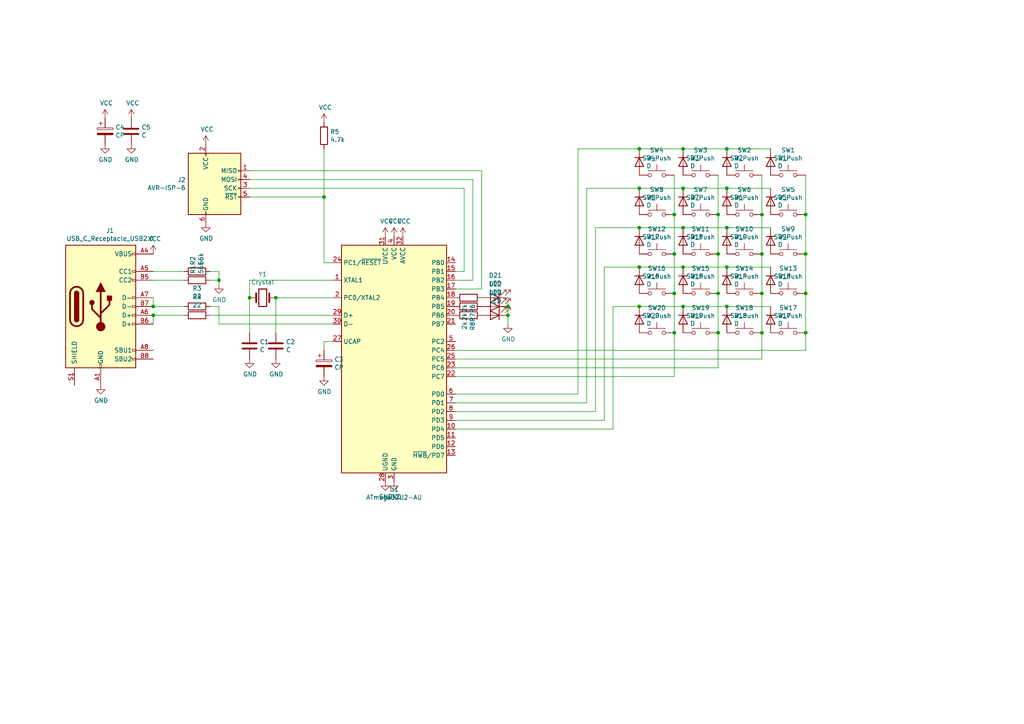
<source format=kicad_sch>
(kicad_sch (version 20211123) (generator eeschema)
  (paper "A4")
  (lib_symbols
    (symbol "Connector:AVR-ISP-6" (pin_names (offset 1.016))
      (property "Reference" "J" (at -6.35 11.43 0))
      (property "Value" "AVR-ISP-6" (at 0 11.43 0))
      (symbol "AVR-ISP-6_0_1"
        (rectangle (start -2.667 -6.858) (end -2.413 -7.62))
        (rectangle (start -2.667 10.16) (end -2.413 9.398))
        (rectangle (start 7.62 -2.413) (end 6.858 -2.667))
        (rectangle (start 7.62 0.127) (end 6.858 -0.127))
        (rectangle (start 7.62 2.667) (end 6.858 2.413))
        (rectangle (start 7.62 5.207) (end 6.858 4.953))
        (rectangle (start 7.62 10.16) (end -7.62 -7.62) (stroke (width 0.254)) (fill (type background)))
      )
      (symbol "AVR-ISP-6_1_1"
        (pin passive line (at 10.16 5.08 180) (length 2.54) (name "MISO") (number "1"))
        (pin passive line (at -2.54 12.7 270) (length 2.54) (name "VCC") (number "2"))
        (pin passive line (at 10.16 0 180) (length 2.54) (name "SCK") (number "3"))
        (pin passive line (at 10.16 2.54 180) (length 2.54) (name "MOSI") (number "4"))
        (pin passive line (at 10.16 -2.54 180) (length 2.54) (name "~{RST}") (number "5"))
        (pin passive line (at -2.54 -10.16 90) (length 2.54) (name "GND") (number "6"))
      )
    )
    (symbol "Connector:USB_C_Receptacle_USB2.0" (pin_names (offset 1.016))
      (property "Reference" "J" (at -10.16 19.05 0))
      (property "Value" "USB_C_Receptacle_USB2.0" (at 19.05 19.05 0))
      (symbol "USB_C_Receptacle_USB2.0_0_0"
        (rectangle (start -0.254 -17.78) (end 0.254 -16.764))
        (rectangle (start 10.16 -14.986) (end 9.144 -15.494))
        (rectangle (start 10.16 -12.446) (end 9.144 -12.954))
        (rectangle (start 10.16 -4.826) (end 9.144 -5.334))
        (rectangle (start 10.16 -2.286) (end 9.144 -2.794))
        (rectangle (start 10.16 0.254) (end 9.144 -0.254))
        (rectangle (start 10.16 2.794) (end 9.144 2.286))
        (rectangle (start 10.16 7.874) (end 9.144 7.366))
        (rectangle (start 10.16 10.414) (end 9.144 9.906))
        (rectangle (start 10.16 15.494) (end 9.144 14.986))
      )
      (symbol "USB_C_Receptacle_USB2.0_0_1"
        (rectangle (start -10.16 17.78) (end 10.16 -17.78) (stroke (width 0.254)) (fill (type background)))
        (arc (start -8.89 -3.81) (mid -6.985 -5.715) (end -5.08 -3.81) (stroke (width 0.508)))
        (arc (start -7.62 -3.81) (mid -6.985 -4.445) (end -6.35 -3.81) (stroke (width 0.254)))
        (arc (start -7.62 -3.81) (mid -6.985 -4.445) (end -6.35 -3.81) (stroke (width 0.254)) (fill (type outline)))
        (rectangle (start -7.62 -3.81) (end -6.35 3.81) (stroke (width 0.254)) (fill (type outline)))
        (arc (start -6.35 3.81) (mid -6.985 4.445) (end -7.62 3.81) (stroke (width 0.254)))
        (arc (start -6.35 3.81) (mid -6.985 4.445) (end -7.62 3.81) (stroke (width 0.254)) (fill (type outline)))
        (arc (start -5.08 3.81) (mid -6.985 5.715) (end -8.89 3.81) (stroke (width 0.508)))
        (circle (center -2.54 1.143) (radius 0.635) (stroke (width 0.254)) (fill (type outline)))
        (circle (center 0 -5.842) (radius 1.27) (fill (type outline)))
        (polyline (pts (xy -8.89 -3.81) (xy -8.89 3.81)) (stroke (width 0.508)))
        (polyline (pts (xy -5.08 3.81) (xy -5.08 -3.81)) (stroke (width 0.508)))
        (polyline (pts (xy 0 -5.842) (xy 0 4.318)) (stroke (width 0.508)))
        (polyline (pts (xy 0 -3.302) (xy -2.54 -0.762) (xy -2.54 0.508)) (stroke (width 0.508)))
        (polyline (pts (xy 0 -2.032) (xy 2.54 0.508) (xy 2.54 1.778)) (stroke (width 0.508)))
        (polyline (pts (xy -1.27 4.318) (xy 0 6.858) (xy 1.27 4.318) (xy -1.27 4.318)) (stroke (width 0.254)) (fill (type outline)))
        (rectangle (start 1.905 1.778) (end 3.175 3.048) (stroke (width 0.254)) (fill (type outline)))
      )
      (symbol "USB_C_Receptacle_USB2.0_1_1"
        (pin passive line (at 0 -22.86 90) (length 5.08) (name "GND") (number "A1"))
        (pin passive line (at 0 -22.86 90) (length 5.08) hide (name "GND") (number "A12"))
        (pin passive line (at 15.24 15.24 180) (length 5.08) (name "VBUS") (number "A4"))
        (pin bidirectional line (at 15.24 10.16 180) (length 5.08) (name "CC1") (number "A5"))
        (pin bidirectional line (at 15.24 -2.54 180) (length 5.08) (name "D+") (number "A6"))
        (pin bidirectional line (at 15.24 2.54 180) (length 5.08) (name "D-") (number "A7"))
        (pin bidirectional line (at 15.24 -12.7 180) (length 5.08) (name "SBU1") (number "A8"))
        (pin passive line (at 15.24 15.24 180) (length 5.08) hide (name "VBUS") (number "A9"))
        (pin passive line (at 0 -22.86 90) (length 5.08) hide (name "GND") (number "B1"))
        (pin passive line (at 0 -22.86 90) (length 5.08) hide (name "GND") (number "B12"))
        (pin passive line (at 15.24 15.24 180) (length 5.08) hide (name "VBUS") (number "B4"))
        (pin bidirectional line (at 15.24 7.62 180) (length 5.08) (name "CC2") (number "B5"))
        (pin bidirectional line (at 15.24 -5.08 180) (length 5.08) (name "D+") (number "B6"))
        (pin bidirectional line (at 15.24 0 180) (length 5.08) (name "D-") (number "B7"))
        (pin bidirectional line (at 15.24 -15.24 180) (length 5.08) (name "SBU2") (number "B8"))
        (pin passive line (at 15.24 15.24 180) (length 5.08) hide (name "VBUS") (number "B9"))
        (pin passive line (at -7.62 -22.86 90) (length 5.08) (name "SHIELD") (number "S1"))
      )
    )
    (symbol "Device:C" (pin_numbers hide) (pin_names (offset 0.254))
      (property "Reference" "C" (at 0.635 2.54 0))
      (property "Value" "C" (at 0.635 -2.54 0))
      (symbol "C_0_1"
        (polyline (pts (xy -2.032 -0.762) (xy 2.032 -0.762)) (stroke (width 0.508)))
        (polyline (pts (xy -2.032 0.762) (xy 2.032 0.762)) (stroke (width 0.508)))
      )
      (symbol "C_1_1"
        (pin passive line (at 0 3.81 270) (length 2.794) (name "~") (number "1"))
        (pin passive line (at 0 -3.81 90) (length 2.794) (name "~") (number "2"))
      )
    )
    (symbol "Device:CP" (pin_numbers hide) (pin_names (offset 0.254))
      (property "Reference" "C" (at 0.635 2.54 0))
      (property "Value" "Device_CP" (at 0.635 -2.54 0))
      (symbol "CP_0_1"
        (rectangle (start -2.286 0.508) (end 2.286 1.016))
        (polyline (pts (xy -1.778 2.286) (xy -0.762 2.286)))
        (polyline (pts (xy -1.27 2.794) (xy -1.27 1.778)))
        (rectangle (start 2.286 -0.508) (end -2.286 -1.016) (fill (type outline)))
      )
      (symbol "CP_1_1"
        (pin passive line (at 0 3.81 270) (length 2.794) (name "~") (number "1"))
        (pin passive line (at 0 -3.81 90) (length 2.794) (name "~") (number "2"))
      )
    )
    (symbol "Device:Crystal" (pin_numbers hide) (pin_names (offset 1.016) hide)
      (property "Reference" "Y" (at 0 3.81 0))
      (property "Value" "Crystal" (at 0 -3.81 0))
      (symbol "Crystal_0_1"
        (rectangle (start -1.143 2.54) (end 1.143 -2.54) (stroke (width 0.3048)))
        (polyline (pts (xy -2.54 0) (xy -1.905 0)))
        (polyline (pts (xy -1.905 -1.27) (xy -1.905 1.27)) (stroke (width 0.508)))
        (polyline (pts (xy 1.905 -1.27) (xy 1.905 1.27)) (stroke (width 0.508)))
        (polyline (pts (xy 2.54 0) (xy 1.905 0)))
      )
      (symbol "Crystal_1_1"
        (pin passive line (at -3.81 0 0) (length 1.27) (name "1") (number "1"))
        (pin passive line (at 3.81 0 180) (length 1.27) (name "2") (number "2"))
      )
    )
    (symbol "Device:D" (pin_numbers hide) (pin_names (offset 1.016) hide)
      (property "Reference" "D" (at 0 2.54 0))
      (property "Value" "D" (at 0 -2.54 0))
      (symbol "D_0_1"
        (polyline (pts (xy -1.27 1.27) (xy -1.27 -1.27)) (stroke (width 0.254)))
        (polyline (pts (xy 1.27 0) (xy -1.27 0)))
        (polyline (pts (xy 1.27 1.27) (xy 1.27 -1.27) (xy -1.27 0) (xy 1.27 1.27)) (stroke (width 0.254)))
      )
      (symbol "D_1_1"
        (pin passive line (at -3.81 0 0) (length 2.54) (name "K") (number "1"))
        (pin passive line (at 3.81 0 180) (length 2.54) (name "A") (number "2"))
      )
    )
    (symbol "Device:LED" (pin_numbers hide) (pin_names (offset 1.016) hide)
      (property "Reference" "D" (at 0 2.54 0))
      (property "Value" "LED" (at 0 -2.54 0))
      (symbol "LED_0_1"
        (polyline (pts (xy -1.27 -1.27) (xy -1.27 1.27)) (stroke (width 0.254)))
        (polyline (pts (xy -1.27 0) (xy 1.27 0)))
        (polyline (pts (xy 1.27 -1.27) (xy 1.27 1.27) (xy -1.27 0) (xy 1.27 -1.27)) (stroke (width 0.254)))
        (polyline (pts (xy -3.048 -0.762) (xy -4.572 -2.286) (xy -3.81 -2.286) (xy -4.572 -2.286) (xy -4.572 -1.524)))
        (polyline (pts (xy -1.778 -0.762) (xy -3.302 -2.286) (xy -2.54 -2.286) (xy -3.302 -2.286) (xy -3.302 -1.524)))
      )
      (symbol "LED_1_1"
        (pin passive line (at -3.81 0 0) (length 2.54) (name "K") (number "1"))
        (pin passive line (at 3.81 0 180) (length 2.54) (name "A") (number "2"))
      )
    )
    (symbol "Device:R" (pin_numbers hide) (pin_names (offset 0))
      (property "Reference" "R" (at 2.032 0 90))
      (property "Value" "R" (at 0 0 90))
      (symbol "R_0_1"
        (rectangle (start -1.016 -2.54) (end 1.016 2.54) (stroke (width 0.254)))
      )
      (symbol "R_1_1"
        (pin passive line (at 0 3.81 270) (length 1.27) (name "~") (number "1"))
        (pin passive line (at 0 -3.81 90) (length 1.27) (name "~") (number "2"))
      )
    )
    (symbol "MCU_Microchip_ATmega:ATmega32U2-AU"
      (property "Reference" "U" (at -15.24 34.29 0))
      (property "Value" "MCU_Microchip_ATmega_ATmega32U2-AU" (at 2.54 -34.29 0))
      (symbol "ATmega32U2-AU_0_1"
        (rectangle (start -15.24 -33.02) (end 15.24 33.02) (stroke (width 0.254)) (fill (type background)))
      )
      (symbol "ATmega32U2-AU_1_1"
        (pin input line (at -17.78 22.86 0) (length 2.54) (name "XTAL1") (number "1"))
        (pin bidirectional line (at 17.78 -20.32 180) (length 2.54) (name "PD4") (number "10"))
        (pin bidirectional line (at 17.78 -22.86 180) (length 2.54) (name "PD5") (number "11"))
        (pin bidirectional line (at 17.78 -25.4 180) (length 2.54) (name "PD6") (number "12"))
        (pin bidirectional line (at 17.78 -27.94 180) (length 2.54) (name "~{HWB}/PD7") (number "13"))
        (pin bidirectional line (at 17.78 27.94 180) (length 2.54) (name "PB0") (number "14"))
        (pin bidirectional line (at 17.78 25.4 180) (length 2.54) (name "PB1") (number "15"))
        (pin bidirectional line (at 17.78 22.86 180) (length 2.54) (name "PB2") (number "16"))
        (pin bidirectional line (at 17.78 20.32 180) (length 2.54) (name "PB3") (number "17"))
        (pin bidirectional line (at 17.78 17.78 180) (length 2.54) (name "PB4") (number "18"))
        (pin bidirectional line (at 17.78 15.24 180) (length 2.54) (name "PB5") (number "19"))
        (pin bidirectional line (at -17.78 17.78 0) (length 2.54) (name "PC0/XTAL2") (number "2"))
        (pin bidirectional line (at 17.78 12.7 180) (length 2.54) (name "PB6") (number "20"))
        (pin bidirectional line (at 17.78 10.16 180) (length 2.54) (name "PB7") (number "21"))
        (pin bidirectional line (at 17.78 -5.08 180) (length 2.54) (name "PC7") (number "22"))
        (pin bidirectional line (at 17.78 -2.54 180) (length 2.54) (name "PC6") (number "23"))
        (pin bidirectional line (at -17.78 27.94 0) (length 2.54) (name "PC1/~{RESET}") (number "24"))
        (pin bidirectional line (at 17.78 0 180) (length 2.54) (name "PC5") (number "25"))
        (pin bidirectional line (at 17.78 2.54 180) (length 2.54) (name "PC4") (number "26"))
        (pin passive line (at -17.78 5.08 0) (length 2.54) (name "UCAP") (number "27"))
        (pin power_in line (at -2.54 -35.56 90) (length 2.54) (name "UGND") (number "28"))
        (pin bidirectional line (at -17.78 12.7 0) (length 2.54) (name "D+") (number "29"))
        (pin power_in line (at 0 -35.56 90) (length 2.54) (name "GND") (number "3"))
        (pin bidirectional line (at -17.78 10.16 0) (length 2.54) (name "D-") (number "30"))
        (pin power_in line (at -2.54 35.56 270) (length 2.54) (name "UVCC") (number "31"))
        (pin power_in line (at 2.54 35.56 270) (length 2.54) (name "AVCC") (number "32"))
        (pin power_in line (at 0 35.56 270) (length 2.54) (name "VCC") (number "4"))
        (pin bidirectional line (at 17.78 5.08 180) (length 2.54) (name "PC2") (number "5"))
        (pin bidirectional line (at 17.78 -10.16 180) (length 2.54) (name "PD0") (number "6"))
        (pin bidirectional line (at 17.78 -12.7 180) (length 2.54) (name "PD1") (number "7"))
        (pin bidirectional line (at 17.78 -15.24 180) (length 2.54) (name "PD2") (number "8"))
        (pin bidirectional line (at 17.78 -17.78 180) (length 2.54) (name "PD3") (number "9"))
      )
    )
    (symbol "Switch:SW_Push" (pin_numbers hide) (pin_names (offset 1.016) hide)
      (property "Reference" "SW" (at 1.27 2.54 0))
      (property "Value" "SW_Push" (at 0 -1.524 0))
      (symbol "SW_Push_0_1"
        (circle (center -2.032 0) (radius 0.508))
        (polyline (pts (xy 0 1.27) (xy 0 3.048)))
        (polyline (pts (xy 2.54 1.27) (xy -2.54 1.27)))
        (circle (center 2.032 0) (radius 0.508))
        (pin passive line (at -5.08 0 0) (length 2.54) (name "1") (number "1"))
        (pin passive line (at 5.08 0 180) (length 2.54) (name "2") (number "2"))
      )
    )
    (symbol "power:GND" (power) (pin_names (offset 0))
      (property "Value" "GND" (at 0 -3.81 0))
      (symbol "GND_0_1"
        (polyline (pts (xy 0 0) (xy 0 -1.27) (xy 1.27 -1.27) (xy 0 -2.54) (xy -1.27 -1.27) (xy 0 -1.27)))
      )
      (symbol "GND_1_1"
        (pin power_in line (at 0 0 270) (length 0) hide (name "GND") (number "1"))
      )
    )
    (symbol "power:VCC" (power) (pin_names (offset 0))
      (property "Value" "VCC" (at 0 3.81 0))
      (symbol "VCC_0_1"
        (polyline (pts (xy -0.762 1.27) (xy 0 2.54)))
        (polyline (pts (xy 0 0) (xy 0 2.54)))
        (polyline (pts (xy 0 2.54) (xy 0.762 1.27)))
      )
      (symbol "VCC_1_1"
        (pin power_in line (at 0 0 90) (length 0) hide (name "VCC") (number "1"))
      )
    )
  )
  (junction (at 208.28 62.23))
  (junction (at 220.98 96.52))
  (junction (at 210.82 77.47))
  (junction (at 220.98 73.66))
  (junction (at 44.45 91.44))
  (junction (at 210.82 43.18))
  (junction (at 185.42 88.9))
  (junction (at 208.28 85.09))
  (junction (at 198.12 54.61))
  (junction (at 72.39 86.36))
  (junction (at 198.12 77.47))
  (junction (at 93.98 57.15))
  (junction (at 198.12 88.9))
  (junction (at 80.01 86.36))
  (junction (at 198.12 43.18))
  (junction (at 198.12 66.04))
  (junction (at 63.5 81.28))
  (junction (at 220.98 85.09))
  (junction (at 195.58 85.09))
  (junction (at 185.42 54.61))
  (junction (at 210.82 66.04))
  (junction (at 208.28 96.52))
  (junction (at 233.68 96.52))
  (junction (at 195.58 62.23))
  (junction (at 210.82 88.9))
  (junction (at 208.28 73.66))
  (junction (at 195.58 96.52))
  (junction (at 195.58 73.66))
  (junction (at 185.42 66.04))
  (junction (at 233.68 85.09))
  (junction (at 44.45 88.9))
  (junction (at 233.68 73.66))
  (junction (at 147.32 91.44))
  (junction (at 210.82 54.61))
  (junction (at 185.42 43.18))
  (junction (at 147.32 88.9))
  (junction (at 233.68 62.23))
  (junction (at 185.42 77.47))
  (junction (at 220.98 62.23))
  (wire (pts (xy 132.08 106.68) (xy 208.28 106.68)))
  (wire (pts (xy 139.7 49.53) (xy 72.39 49.53)))
  (wire (pts (xy 198.12 66.04) (xy 210.82 66.04)))
  (wire (pts (xy 195.58 73.66) (xy 195.58 62.23)))
  (wire (pts (xy 60.96 91.44) (xy 96.52 91.44)))
  (wire (pts (xy 172.72 66.04) (xy 185.42 66.04)))
  (wire (pts (xy 134.62 54.61) (xy 72.39 54.61)))
  (wire (pts (xy 44.45 86.36) (xy 44.45 88.9)))
  (wire (pts (xy 96.52 81.28) (xy 72.39 81.28)))
  (wire (pts (xy 198.12 54.61) (xy 210.82 54.61)))
  (wire (pts (xy 208.28 62.23) (xy 208.28 50.8)))
  (wire (pts (xy 177.8 88.9) (xy 185.42 88.9)))
  (wire (pts (xy 93.98 76.2) (xy 96.52 76.2)))
  (wire (pts (xy 132.08 104.14) (xy 220.98 104.14)))
  (wire (pts (xy 80.01 96.52) (xy 80.01 86.36)))
  (wire (pts (xy 93.98 101.6) (xy 93.98 99.06)))
  (wire (pts (xy 44.45 78.74) (xy 53.34 78.74)))
  (wire (pts (xy 185.42 66.04) (xy 198.12 66.04)))
  (wire (pts (xy 44.45 93.98) (xy 44.45 91.44)))
  (wire (pts (xy 233.68 101.6) (xy 233.68 96.52)))
  (wire (pts (xy 93.98 43.18) (xy 93.98 57.15)))
  (wire (pts (xy 72.39 81.28) (xy 72.39 86.36)))
  (wire (pts (xy 147.32 91.44) (xy 147.32 88.9)))
  (wire (pts (xy 167.64 114.3) (xy 167.64 43.18)))
  (wire (pts (xy 220.98 85.09) (xy 220.98 73.66)))
  (wire (pts (xy 185.42 54.61) (xy 198.12 54.61)))
  (wire (pts (xy 210.82 77.47) (xy 223.52 77.47)))
  (wire (pts (xy 132.08 109.22) (xy 195.58 109.22)))
  (wire (pts (xy 195.58 62.23) (xy 195.58 50.8)))
  (wire (pts (xy 132.08 81.28) (xy 137.16 81.28)))
  (wire (pts (xy 210.82 88.9) (xy 223.52 88.9)))
  (wire (pts (xy 208.28 73.66) (xy 208.28 62.23)))
  (wire (pts (xy 195.58 109.22) (xy 195.58 96.52)))
  (wire (pts (xy 132.08 119.38) (xy 172.72 119.38)))
  (wire (pts (xy 139.7 83.82) (xy 139.7 49.53)))
  (wire (pts (xy 137.16 52.07) (xy 72.39 52.07)))
  (wire (pts (xy 233.68 62.23) (xy 233.68 50.8)))
  (wire (pts (xy 185.42 77.47) (xy 198.12 77.47)))
  (wire (pts (xy 185.42 43.18) (xy 198.12 43.18)))
  (wire (pts (xy 233.68 73.66) (xy 233.68 62.23)))
  (wire (pts (xy 132.08 121.92) (xy 175.26 121.92)))
  (wire (pts (xy 220.98 62.23) (xy 220.98 50.8)))
  (wire (pts (xy 132.08 83.82) (xy 139.7 83.82)))
  (wire (pts (xy 220.98 73.66) (xy 220.98 62.23)))
  (wire (pts (xy 63.5 93.98) (xy 63.5 88.9)))
  (wire (pts (xy 72.39 86.36) (xy 72.39 96.52)))
  (wire (pts (xy 134.62 78.74) (xy 134.62 54.61)))
  (wire (pts (xy 93.98 99.06) (xy 96.52 99.06)))
  (wire (pts (xy 170.18 116.84) (xy 170.18 54.61)))
  (wire (pts (xy 167.64 43.18) (xy 185.42 43.18)))
  (wire (pts (xy 208.28 96.52) (xy 208.28 85.09)))
  (wire (pts (xy 175.26 121.92) (xy 175.26 77.47)))
  (wire (pts (xy 195.58 96.52) (xy 195.58 85.09)))
  (wire (pts (xy 198.12 43.18) (xy 210.82 43.18)))
  (wire (pts (xy 198.12 77.47) (xy 210.82 77.47)))
  (wire (pts (xy 220.98 104.14) (xy 220.98 96.52)))
  (wire (pts (xy 185.42 88.9) (xy 198.12 88.9)))
  (wire (pts (xy 132.08 114.3) (xy 167.64 114.3)))
  (wire (pts (xy 44.45 91.44) (xy 53.34 91.44)))
  (wire (pts (xy 177.8 124.46) (xy 177.8 88.9)))
  (wire (pts (xy 195.58 85.09) (xy 195.58 73.66)))
  (wire (pts (xy 233.68 85.09) (xy 233.68 73.66)))
  (wire (pts (xy 208.28 106.68) (xy 208.28 96.52)))
  (wire (pts (xy 80.01 86.36) (xy 96.52 86.36)))
  (wire (pts (xy 132.08 101.6) (xy 233.68 101.6)))
  (wire (pts (xy 53.34 88.9) (xy 44.45 88.9)))
  (wire (pts (xy 132.08 124.46) (xy 177.8 124.46)))
  (wire (pts (xy 132.08 78.74) (xy 134.62 78.74)))
  (wire (pts (xy 220.98 96.52) (xy 220.98 85.09)))
  (wire (pts (xy 210.82 66.04) (xy 223.52 66.04)))
  (wire (pts (xy 198.12 88.9) (xy 210.82 88.9)))
  (wire (pts (xy 60.96 78.74) (xy 63.5 78.74)))
  (wire (pts (xy 175.26 77.47) (xy 185.42 77.47)))
  (wire (pts (xy 210.82 54.61) (xy 223.52 54.61)))
  (wire (pts (xy 147.32 88.9) (xy 147.32 86.36)))
  (wire (pts (xy 72.39 57.15) (xy 93.98 57.15)))
  (wire (pts (xy 63.5 78.74) (xy 63.5 81.28)))
  (wire (pts (xy 93.98 57.15) (xy 93.98 76.2)))
  (wire (pts (xy 63.5 88.9) (xy 60.96 88.9)))
  (wire (pts (xy 63.5 81.28) (xy 63.5 82.55)))
  (wire (pts (xy 208.28 85.09) (xy 208.28 73.66)))
  (wire (pts (xy 233.68 96.52) (xy 233.68 85.09)))
  (wire (pts (xy 172.72 119.38) (xy 172.72 66.04)))
  (wire (pts (xy 147.32 93.98) (xy 147.32 91.44)))
  (wire (pts (xy 137.16 81.28) (xy 137.16 52.07)))
  (wire (pts (xy 210.82 43.18) (xy 223.52 43.18)))
  (wire (pts (xy 44.45 81.28) (xy 53.34 81.28)))
  (wire (pts (xy 170.18 54.61) (xy 185.42 54.61)))
  (wire (pts (xy 60.96 81.28) (xy 63.5 81.28)))
  (wire (pts (xy 132.08 116.84) (xy 170.18 116.84)))
  (wire (pts (xy 96.52 93.98) (xy 63.5 93.98)))
  (symbol (lib_id "MCU_Microchip_ATmega:ATmega32U2-AU") (at 114.3 104.14 0) (unit 1)
    (property "Reference" "U1" (at 114.3 141.9606 0))
    (property "Value" "ATmega32U2-AU" (at 114.3 144.272 0))
    (property "Footprint" "Package_QFP:TQFP-32_7x7mm_P0.8mm" (effects hide))
    (property "Datasheet" "http://ww1.microchip.com/downloads/en/DeviceDoc/doc7799.pdf" (effects hide))
  )
  (symbol (lib_id "Device:R") (at 57.15 81.28 90) (unit 1)
    (property "Reference" "R1" (at 55.9816 79.502 0) (effects (justify left)))
    (property "Value" "56k" (at 58.293 79.502 0) (effects (justify left)))
    (property "Footprint" "Resistor_THT:R_Axial_DIN0204_L3.6mm_D1.6mm_P2.54mm_Vertical" (effects hide))
  )
  (symbol (lib_id "Device:R") (at 57.15 78.74 90) (unit 1)
    (property "Reference" "R2" (at 55.9816 76.962 0) (effects (justify left)))
    (property "Value" "56k" (at 58.293 76.962 0) (effects (justify left)))
    (property "Footprint" "Resistor_THT:R_Axial_DIN0204_L3.6mm_D1.6mm_P2.54mm_Vertical" (effects hide))
  )
  (symbol (lib_id "power:GND") (at 63.5 82.55 0) (unit 1)
    (property "Reference" "#PWR0102" (effects hide))
    (property "Value" "GND" (at 63.627 86.9442 0))
  )
  (symbol (lib_id "Device:R") (at 57.15 91.44 90) (unit 1)
    (property "Reference" "R4" (at 57.15 86.1822 90))
    (property "Value" "22" (at 57.15 88.4936 90))
    (property "Footprint" "Resistor_THT:R_Axial_DIN0204_L3.6mm_D1.6mm_P2.54mm_Vertical" (effects hide))
  )
  (symbol (lib_id "Device:R") (at 57.15 88.9 90) (unit 1)
    (property "Reference" "R3" (at 57.15 83.6422 90))
    (property "Value" "22" (at 57.15 85.9536 90))
    (property "Footprint" "Resistor_THT:R_Axial_DIN0204_L3.6mm_D1.6mm_P2.54mm_Vertical" (effects hide))
  )
  (symbol (lib_id "Device:Crystal") (at 76.2 86.36 0) (mirror x) (unit 1)
    (property "Reference" "Y1" (at 76.2 79.5528 0))
    (property "Value" "Crystal" (at 76.2 81.8642 0))
    (property "Footprint" "Crystal:Crystal_HC49-U_Vertical" (effects hide))
  )
  (symbol (lib_id "Device:C") (at 72.39 100.33 0) (unit 1)
    (property "Reference" "C1" (at 75.311 99.1616 0) (effects (justify left)))
    (property "Value" "C" (at 75.311 101.473 0) (effects (justify left)))
    (property "Footprint" "Capacitor_THT:C_Disc_D3.0mm_W1.6mm_P2.50mm" (effects hide))
  )
  (symbol (lib_id "Device:C") (at 80.01 100.33 0) (unit 1)
    (property "Reference" "C2" (at 82.931 99.1616 0) (effects (justify left)))
    (property "Value" "C" (at 82.931 101.473 0) (effects (justify left)))
    (property "Footprint" "Capacitor_THT:C_Disc_D3.0mm_W1.6mm_P2.50mm" (effects hide))
  )
  (symbol (lib_id "power:GND") (at 72.39 104.14 0) (unit 1)
    (property "Reference" "#PWR0103" (effects hide))
    (property "Value" "GND" (at 72.517 108.5342 0))
  )
  (symbol (lib_id "power:GND") (at 80.01 104.14 0) (unit 1)
    (property "Reference" "#PWR0104" (effects hide))
    (property "Value" "GND" (at 80.137 108.5342 0))
  )
  (symbol (lib_id "power:GND") (at 93.98 109.22 0) (unit 1)
    (property "Reference" "#PWR0105" (effects hide))
    (property "Value" "GND" (at 94.107 113.6142 0))
  )
  (symbol (lib_id "Connector:AVR-ISP-6") (at 62.23 54.61 0) (unit 1)
    (property "Reference" "J2" (at 53.8734 52.1716 0) (effects (justify right)))
    (property "Value" "AVR-ISP-6" (at 53.8734 54.483 0) (effects (justify right)))
    (property "Footprint" "Connector_PinHeader_2.54mm:PinHeader_2x03_P2.54mm_Vertical" (effects hide))
    (property "Datasheet" " ~" (effects hide))
  )
  (symbol (lib_id "Device:R") (at 93.98 39.37 0) (unit 1)
    (property "Reference" "R5" (at 95.758 38.2016 0) (effects (justify left)))
    (property "Value" "4.7k" (at 95.758 40.513 0) (effects (justify left)))
    (property "Footprint" "Resistor_THT:R_Axial_DIN0204_L3.6mm_D1.6mm_P2.54mm_Vertical" (effects hide))
  )
  (symbol (lib_id "power:GND") (at 114.3 139.7 0) (unit 1)
    (property "Reference" "#PWR0106" (effects hide))
    (property "Value" "GND" (at 114.427 144.0942 0))
  )
  (symbol (lib_id "power:GND") (at 111.76 139.7 0) (unit 1)
    (property "Reference" "#PWR0107" (effects hide))
    (property "Value" "GND" (at 111.887 144.0942 0))
  )
  (symbol (lib_id "power:VCC") (at 44.45 73.66 0) (unit 1)
    (property "Reference" "#PWR0108" (effects hide))
    (property "Value" "VCC" (at 44.831 69.2658 0))
  )
  (symbol (lib_id "power:VCC") (at 111.76 68.58 0) (unit 1)
    (property "Reference" "#PWR0109" (effects hide))
    (property "Value" "VCC" (at 112.141 64.1858 0))
  )
  (symbol (lib_id "power:VCC") (at 114.3 68.58 0) (unit 1)
    (property "Reference" "#PWR0110" (effects hide))
    (property "Value" "VCC" (at 114.681 64.1858 0))
  )
  (symbol (lib_id "power:VCC") (at 93.98 35.56 0) (unit 1)
    (property "Reference" "#PWR0111" (effects hide))
    (property "Value" "VCC" (at 94.361 31.1658 0))
  )
  (symbol (lib_id "power:VCC") (at 116.84 68.58 0) (unit 1)
    (property "Reference" "#PWR0112" (effects hide))
    (property "Value" "VCC" (at 117.221 64.1858 0))
  )
  (symbol (lib_id "power:VCC") (at 59.69 41.91 0) (unit 1)
    (property "Reference" "#PWR0113" (effects hide))
    (property "Value" "VCC" (at 60.071 37.5158 0))
  )
  (symbol (lib_id "power:GND") (at 59.69 64.77 0) (unit 1)
    (property "Reference" "#PWR0114" (effects hide))
    (property "Value" "GND" (at 59.817 69.1642 0))
  )
  (symbol (lib_id "Connector:USB_C_Receptacle_USB2.0") (at 29.21 88.9 0) (unit 1)
    (property "Reference" "J1" (at 31.9278 66.8782 0))
    (property "Value" "USB_C_Receptacle_USB2.0" (at 31.9278 69.1896 0))
    (property "Footprint" "Connector_USB:USB_C_Receptacle_HRO_TYPE-C-31-M-12" (effects hide))
    (property "Datasheet" "https://www.usb.org/sites/default/files/documents/usb_type-c.zip" (effects hide))
  )
  (symbol (lib_id "power:GND") (at 29.21 111.76 0) (unit 1)
    (property "Reference" "#PWR0115" (effects hide))
    (property "Value" "GND" (at 29.337 116.1542 0))
  )
  (symbol (lib_id "power:VCC") (at 30.48 34.29 0) (unit 1)
    (property "Reference" "#PWR0116" (effects hide))
    (property "Value" "VCC" (at 30.861 29.8958 0))
  )
  (symbol (lib_id "power:GND") (at 30.48 41.91 0) (unit 1)
    (property "Reference" "#PWR0117" (effects hide))
    (property "Value" "GND" (at 30.607 46.3042 0))
  )
  (symbol (lib_id "Device:CP") (at 30.48 38.1 0) (unit 1)
    (property "Reference" "C4" (at 33.4772 36.9316 0) (effects (justify left)))
    (property "Value" "CP" (at 33.4772 39.243 0) (effects (justify left)))
    (property "Footprint" "Capacitor_THT:CP_Radial_D6.3mm_P2.50mm" (effects hide))
  )
  (symbol (lib_id "Switch:SW_Push") (at 190.5 85.09 0) (unit 1)
    (property "Reference" "SW16" (at 190.5 77.851 0))
    (property "Value" "SW_Push" (at 190.5 80.1624 0))
    (property "Footprint" "Button_Switch_Keyboard:SW_Cherry_MX_1.00u_PCB" (effects hide))
  )
  (symbol (lib_id "Switch:SW_Push") (at 203.2 85.09 0) (unit 1)
    (property "Reference" "SW15" (at 203.2 77.851 0))
    (property "Value" "SW_Push" (at 203.2 80.1624 0))
    (property "Footprint" "Button_Switch_Keyboard:SW_Cherry_MX_1.00u_PCB" (effects hide))
  )
  (symbol (lib_id "Switch:SW_Push") (at 215.9 85.09 0) (unit 1)
    (property "Reference" "SW14" (at 215.9 77.851 0))
    (property "Value" "SW_Push" (at 215.9 80.1624 0))
    (property "Footprint" "Button_Switch_Keyboard:SW_Cherry_MX_1.00u_PCB" (effects hide))
  )
  (symbol (lib_id "Switch:SW_Push") (at 228.6 85.09 0) (unit 1)
    (property "Reference" "SW13" (at 228.6 77.851 0))
    (property "Value" "SW_Push" (at 228.6 80.1624 0))
    (property "Footprint" "Button_Switch_Keyboard:SW_Cherry_MX_1.00u_PCB" (effects hide))
  )
  (symbol (lib_id "Device:D") (at 185.42 81.28 270) (unit 1)
    (property "Reference" "D16" (at 187.452 80.1116 90) (effects (justify left)))
    (property "Value" "D" (at 187.452 82.423 90) (effects (justify left)))
    (property "Footprint" "Diode_THT:D_A-405_P7.62mm_Horizontal" (effects hide))
  )
  (symbol (lib_id "Device:D") (at 198.12 81.28 270) (unit 1)
    (property "Reference" "D15" (at 200.152 80.1116 90) (effects (justify left)))
    (property "Value" "D" (at 200.152 82.423 90) (effects (justify left)))
    (property "Footprint" "Diode_THT:D_A-405_P7.62mm_Horizontal" (effects hide))
  )
  (symbol (lib_id "Device:D") (at 210.82 81.28 270) (unit 1)
    (property "Reference" "D14" (at 212.852 80.1116 90) (effects (justify left)))
    (property "Value" "D" (at 212.852 82.423 90) (effects (justify left)))
    (property "Footprint" "Diode_THT:D_A-405_P7.62mm_Horizontal" (effects hide))
  )
  (symbol (lib_id "Device:D") (at 223.52 81.28 270) (unit 1)
    (property "Reference" "D13" (at 225.552 80.1116 90) (effects (justify left)))
    (property "Value" "D" (at 225.552 82.423 90) (effects (justify left)))
    (property "Footprint" "Diode_THT:D_A-405_P7.62mm_Horizontal" (effects hide))
  )
  (symbol (lib_id "Device:C") (at 38.1 38.1 0) (unit 1)
    (property "Reference" "C5" (at 41.021 36.9316 0) (effects (justify left)))
    (property "Value" "C" (at 41.021 39.243 0) (effects (justify left)))
    (property "Footprint" "Capacitor_THT:C_Disc_D3.0mm_W1.6mm_P2.50mm" (effects hide))
  )
  (symbol (lib_id "power:VCC") (at 38.1 34.29 0) (unit 1)
    (property "Reference" "#PWR0118" (effects hide))
    (property "Value" "VCC" (at 38.481 29.8958 0))
  )
  (symbol (lib_id "power:GND") (at 38.1 41.91 0) (unit 1)
    (property "Reference" "#PWR0119" (effects hide))
    (property "Value" "GND" (at 38.227 46.3042 0))
  )
  (symbol (lib_id "Switch:SW_Push") (at 190.5 73.66 0) (unit 1)
    (property "Reference" "SW12" (at 190.5 66.421 0))
    (property "Value" "SW_Push" (at 190.5 68.7324 0))
    (property "Footprint" "Button_Switch_Keyboard:SW_Cherry_MX_1.00u_PCB" (effects hide))
  )
  (symbol (lib_id "Switch:SW_Push") (at 203.2 73.66 0) (unit 1)
    (property "Reference" "SW11" (at 203.2 66.421 0))
    (property "Value" "SW_Push" (at 203.2 68.7324 0))
    (property "Footprint" "Button_Switch_Keyboard:SW_Cherry_MX_1.00u_PCB" (effects hide))
  )
  (symbol (lib_id "Switch:SW_Push") (at 215.9 73.66 0) (unit 1)
    (property "Reference" "SW10" (at 215.9 66.421 0))
    (property "Value" "SW_Push" (at 215.9 68.7324 0))
    (property "Footprint" "Button_Switch_Keyboard:SW_Cherry_MX_1.00u_PCB" (effects hide))
  )
  (symbol (lib_id "Switch:SW_Push") (at 228.6 73.66 0) (unit 1)
    (property "Reference" "SW9" (at 228.6 66.421 0))
    (property "Value" "SW_Push" (at 228.6 68.7324 0))
    (property "Footprint" "Button_Switch_Keyboard:SW_Cherry_MX_1.00u_PCB" (effects hide))
  )
  (symbol (lib_id "Switch:SW_Push") (at 190.5 62.23 0) (unit 1)
    (property "Reference" "SW8" (at 190.5 54.991 0))
    (property "Value" "SW_Push" (at 190.5 57.3024 0))
    (property "Footprint" "Button_Switch_Keyboard:SW_Cherry_MX_1.00u_PCB" (effects hide))
  )
  (symbol (lib_id "Switch:SW_Push") (at 203.2 62.23 0) (unit 1)
    (property "Reference" "SW7" (at 203.2 54.991 0))
    (property "Value" "SW_Push" (at 203.2 57.3024 0))
    (property "Footprint" "Button_Switch_Keyboard:SW_Cherry_MX_1.00u_PCB" (effects hide))
  )
  (symbol (lib_id "Switch:SW_Push") (at 215.9 62.23 0) (unit 1)
    (property "Reference" "SW6" (at 215.9 54.991 0))
    (property "Value" "SW_Push" (at 215.9 57.3024 0))
    (property "Footprint" "Button_Switch_Keyboard:SW_Cherry_MX_1.00u_PCB" (effects hide))
  )
  (symbol (lib_id "Switch:SW_Push") (at 228.6 62.23 0) (unit 1)
    (property "Reference" "SW5" (at 228.6 54.991 0))
    (property "Value" "SW_Push" (at 228.6 57.3024 0))
    (property "Footprint" "Button_Switch_Keyboard:SW_Cherry_MX_1.00u_PCB" (effects hide))
  )
  (symbol (lib_id "Switch:SW_Push") (at 190.5 50.8 0) (unit 1)
    (property "Reference" "SW4" (at 190.5 43.561 0))
    (property "Value" "SW_Push" (at 190.5 45.8724 0))
    (property "Footprint" "Button_Switch_Keyboard:SW_Cherry_MX_1.00u_PCB" (effects hide))
  )
  (symbol (lib_id "Switch:SW_Push") (at 203.2 50.8 0) (unit 1)
    (property "Reference" "SW3" (at 203.2 43.561 0))
    (property "Value" "SW_Push" (at 203.2 45.8724 0))
    (property "Footprint" "Button_Switch_Keyboard:SW_Cherry_MX_1.00u_PCB" (effects hide))
  )
  (symbol (lib_id "Switch:SW_Push") (at 215.9 50.8 0) (unit 1)
    (property "Reference" "SW2" (at 215.9 43.561 0))
    (property "Value" "SW_Push" (at 215.9 45.8724 0))
    (property "Footprint" "Button_Switch_Keyboard:SW_Cherry_MX_1.00u_PCB" (effects hide))
  )
  (symbol (lib_id "Switch:SW_Push") (at 228.6 50.8 0) (unit 1)
    (property "Reference" "SW1" (at 228.6 43.561 0))
    (property "Value" "SW_Push" (at 228.6 45.8724 0))
    (property "Footprint" "Button_Switch_Keyboard:SW_Cherry_MX_1.00u_PCB" (effects hide))
  )
  (symbol (lib_id "Device:D") (at 185.42 58.42 270) (unit 1)
    (property "Reference" "D8" (at 187.452 57.2516 90) (effects (justify left)))
    (property "Value" "D" (at 187.452 59.563 90) (effects (justify left)))
    (property "Footprint" "Diode_THT:D_A-405_P7.62mm_Horizontal" (effects hide))
  )
  (symbol (lib_id "Device:D") (at 185.42 46.99 270) (unit 1)
    (property "Reference" "D4" (at 187.452 45.8216 90) (effects (justify left)))
    (property "Value" "D" (at 187.452 48.133 90) (effects (justify left)))
    (property "Footprint" "Diode_THT:D_A-405_P7.62mm_Horizontal" (effects hide))
  )
  (symbol (lib_id "Device:D") (at 198.12 69.85 270) (unit 1)
    (property "Reference" "D11" (at 200.152 68.6816 90) (effects (justify left)))
    (property "Value" "D" (at 200.152 70.993 90) (effects (justify left)))
    (property "Footprint" "Diode_THT:D_A-405_P7.62mm_Horizontal" (effects hide))
  )
  (symbol (lib_id "Device:D") (at 198.12 58.42 270) (unit 1)
    (property "Reference" "D7" (at 200.152 57.2516 90) (effects (justify left)))
    (property "Value" "D" (at 200.152 59.563 90) (effects (justify left)))
    (property "Footprint" "Diode_THT:D_A-405_P7.62mm_Horizontal" (effects hide))
  )
  (symbol (lib_id "Device:D") (at 198.12 46.99 270) (unit 1)
    (property "Reference" "D3" (at 200.152 45.8216 90) (effects (justify left)))
    (property "Value" "D" (at 200.152 48.133 90) (effects (justify left)))
    (property "Footprint" "Diode_THT:D_A-405_P7.62mm_Horizontal" (effects hide))
  )
  (symbol (lib_id "Device:D") (at 210.82 69.85 270) (unit 1)
    (property "Reference" "D10" (at 212.852 68.6816 90) (effects (justify left)))
    (property "Value" "D" (at 212.852 70.993 90) (effects (justify left)))
    (property "Footprint" "Diode_THT:D_A-405_P7.62mm_Horizontal" (effects hide))
  )
  (symbol (lib_id "Device:D") (at 210.82 58.42 270) (unit 1)
    (property "Reference" "D6" (at 212.852 57.2516 90) (effects (justify left)))
    (property "Value" "D" (at 212.852 59.563 90) (effects (justify left)))
    (property "Footprint" "Diode_THT:D_A-405_P7.62mm_Horizontal" (effects hide))
  )
  (symbol (lib_id "Device:D") (at 210.82 46.99 270) (unit 1)
    (property "Reference" "D2" (at 212.852 45.8216 90) (effects (justify left)))
    (property "Value" "D" (at 212.852 48.133 90) (effects (justify left)))
    (property "Footprint" "Diode_THT:D_A-405_P7.62mm_Horizontal" (effects hide))
  )
  (symbol (lib_id "Device:D") (at 223.52 69.85 270) (unit 1)
    (property "Reference" "D9" (at 225.552 68.6816 90) (effects (justify left)))
    (property "Value" "D" (at 225.552 70.993 90) (effects (justify left)))
    (property "Footprint" "Diode_THT:D_A-405_P7.62mm_Horizontal" (effects hide))
  )
  (symbol (lib_id "Device:D") (at 223.52 58.42 270) (unit 1)
    (property "Reference" "D5" (at 225.552 57.2516 90) (effects (justify left)))
    (property "Value" "D" (at 225.552 59.563 90) (effects (justify left)))
    (property "Footprint" "Diode_THT:D_A-405_P7.62mm_Horizontal" (effects hide))
  )
  (symbol (lib_id "Device:D") (at 223.52 46.99 270) (unit 1)
    (property "Reference" "D1" (at 225.552 45.8216 90) (effects (justify left)))
    (property "Value" "D" (at 225.552 48.133 90) (effects (justify left)))
    (property "Footprint" "Diode_THT:D_A-405_P7.62mm_Horizontal" (effects hide))
  )
  (symbol (lib_id "Device:D") (at 185.42 69.85 270) (unit 1)
    (property "Reference" "D12" (at 187.452 68.6816 90) (effects (justify left)))
    (property "Value" "D" (at 187.452 70.993 90) (effects (justify left)))
    (property "Footprint" "Diode_THT:D_A-405_P7.62mm_Horizontal" (effects hide))
  )
  (symbol (lib_id "Device:D") (at 223.52 92.71 270) (unit 1)
    (property "Reference" "D17" (at 225.552 91.5416 90) (effects (justify left)))
    (property "Value" "D" (at 225.552 93.853 90) (effects (justify left)))
    (property "Footprint" "Diode_THT:D_A-405_P7.62mm_Horizontal" (effects hide))
  )
  (symbol (lib_id "Device:D") (at 210.82 92.71 270) (unit 1)
    (property "Reference" "D18" (at 212.852 91.5416 90) (effects (justify left)))
    (property "Value" "D" (at 212.852 93.853 90) (effects (justify left)))
    (property "Footprint" "Diode_THT:D_A-405_P7.62mm_Horizontal" (effects hide))
  )
  (symbol (lib_id "Device:D") (at 198.12 92.71 270) (unit 1)
    (property "Reference" "D19" (at 200.152 91.5416 90) (effects (justify left)))
    (property "Value" "D" (at 200.152 93.853 90) (effects (justify left)))
    (property "Footprint" "Diode_THT:D_A-405_P7.62mm_Horizontal" (effects hide))
  )
  (symbol (lib_id "Device:D") (at 185.42 92.71 270) (unit 1)
    (property "Reference" "D20" (at 187.452 91.5416 90) (effects (justify left)))
    (property "Value" "D" (at 187.452 93.853 90) (effects (justify left)))
    (property "Footprint" "Diode_THT:D_A-405_P7.62mm_Horizontal" (effects hide))
  )
  (symbol (lib_id "Switch:SW_Push") (at 228.6 96.52 0) (unit 1)
    (property "Reference" "SW17" (at 228.6 89.281 0))
    (property "Value" "SW_Push" (at 228.6 91.5924 0))
    (property "Footprint" "Button_Switch_Keyboard:SW_Cherry_MX_1.00u_PCB" (effects hide))
  )
  (symbol (lib_id "Switch:SW_Push") (at 215.9 96.52 0) (unit 1)
    (property "Reference" "SW18" (at 215.9 89.281 0))
    (property "Value" "SW_Push" (at 215.9 91.5924 0))
    (property "Footprint" "Button_Switch_Keyboard:SW_Cherry_MX_1.00u_PCB" (effects hide))
  )
  (symbol (lib_id "Switch:SW_Push") (at 203.2 96.52 0) (unit 1)
    (property "Reference" "SW19" (at 203.2 89.281 0))
    (property "Value" "SW_Push" (at 203.2 91.5924 0))
    (property "Footprint" "Button_Switch_Keyboard:SW_Cherry_MX_1.00u_PCB" (effects hide))
  )
  (symbol (lib_id "Switch:SW_Push") (at 190.5 96.52 0) (unit 1)
    (property "Reference" "SW20" (at 190.5 89.281 0))
    (property "Value" "SW_Push" (at 190.5 91.5924 0))
    (property "Footprint" "Button_Switch_Keyboard:SW_Cherry_MX_1.00u_PCB" (effects hide))
  )
  (symbol (lib_id "Device:LED") (at 143.51 91.44 180) (unit 1)
    (property "Reference" "D23" (at 143.6878 84.963 0))
    (property "Value" "LED" (at 143.6878 87.2744 0))
    (property "Footprint" "LED_THT:LED_D3.0mm" (effects hide))
  )
  (symbol (lib_id "Device:LED") (at 143.51 88.9 180) (unit 1)
    (property "Reference" "D22" (at 143.6878 82.423 0))
    (property "Value" "LED" (at 143.6878 84.7344 0))
    (property "Footprint" "LED_THT:LED_D3.0mm" (effects hide))
  )
  (symbol (lib_id "Device:LED") (at 143.51 86.36 180) (unit 1)
    (property "Reference" "D21" (at 143.6878 79.883 0))
    (property "Value" "LED" (at 143.6878 82.1944 0))
    (property "Footprint" "LED_THT:LED_D3.0mm" (effects hide))
  )
  (symbol (lib_id "Device:R") (at 135.89 86.36 270) (unit 1)
    (property "Reference" "R6" (at 137.0584 88.138 0) (effects (justify left)))
    (property "Value" "2k" (at 134.747 88.138 0) (effects (justify left)))
    (property "Footprint" "Resistor_THT:R_Axial_DIN0204_L3.6mm_D1.6mm_P2.54mm_Vertical" (effects hide))
  )
  (symbol (lib_id "Device:R") (at 135.89 88.9 270) (unit 1)
    (property "Reference" "R7" (at 137.0584 90.678 0) (effects (justify left)))
    (property "Value" "2k" (at 134.747 90.678 0) (effects (justify left)))
    (property "Footprint" "Resistor_THT:R_Axial_DIN0204_L3.6mm_D1.6mm_P2.54mm_Vertical" (effects hide))
  )
  (symbol (lib_id "Device:R") (at 135.89 91.44 270) (unit 1)
    (property "Reference" "R8" (at 137.0584 93.218 0) (effects (justify left)))
    (property "Value" "2k" (at 134.747 93.218 0) (effects (justify left)))
    (property "Footprint" "Resistor_THT:R_Axial_DIN0204_L3.6mm_D1.6mm_P2.54mm_Vertical" (effects hide))
  )
  (symbol (lib_id "power:GND") (at 147.32 93.98 0) (unit 1)
    (property "Reference" "#PWR0120" (effects hide))
    (property "Value" "GND" (at 147.447 98.3742 0))
  )
  (symbol (lib_id "Device:CP") (at 93.98 105.41 0) (unit 1)
    (property "Reference" "C3" (at 96.9772 104.2416 0) (effects (justify left)))
    (property "Value" "CP" (at 96.9772 106.553 0) (effects (justify left)))
    (property "Footprint" "Capacitor_THT:CP_Radial_D6.3mm_P2.50mm" (effects hide))
  )
)
</source>
